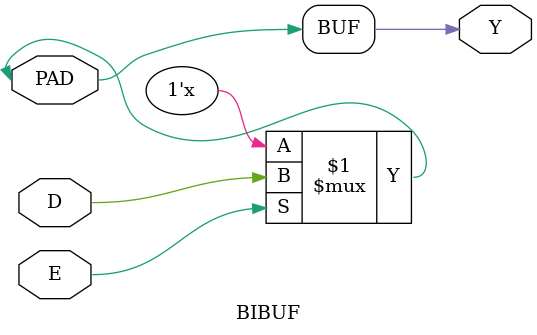
<source format=v>
module BIBUF (
	input D,
	input E,
	(* iopad_external_pin *)
	inout PAD,
	output Y
);
	assign PAD = E ? D : 1'bz;
	assign Y = PAD;
endmodule
</source>
